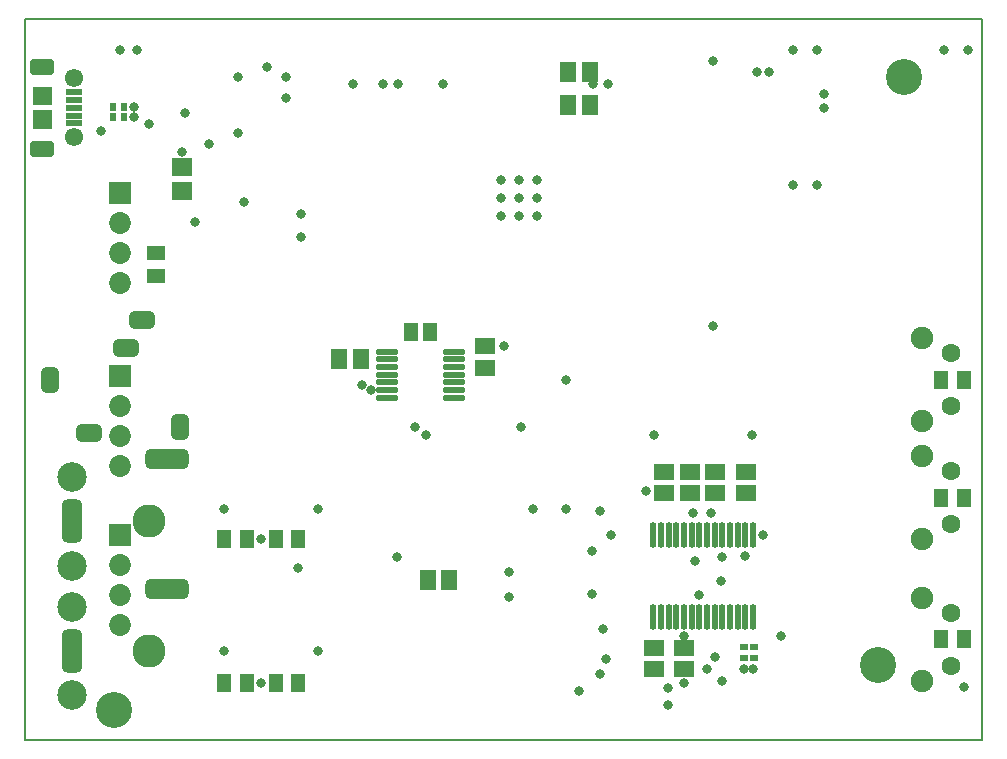
<source format=gbs>
G04*
G04 #@! TF.GenerationSoftware,Altium Limited,Altium Designer,19.0.10 (269)*
G04*
G04 Layer_Color=16711935*
%FSLAX44Y44*%
%MOMM*%
G71*
G01*
G75*
%ADD13C,0.2000*%
%ADD17C,3.0480*%
%ADD18R,1.6532X1.3532*%
%ADD23R,1.2532X1.6032*%
%ADD24R,1.3532X1.6532*%
%ADD26R,1.6032X1.2532*%
%ADD37R,1.7532X1.5532*%
%ADD46C,1.8532*%
%ADD47R,1.8532X1.8532*%
%ADD48C,2.8032*%
G04:AMPARAMS|DCode=49|XSize=3.7032mm|YSize=1.7032mm|CornerRadius=0.4766mm|HoleSize=0mm|Usage=FLASHONLY|Rotation=180.000|XOffset=0mm|YOffset=0mm|HoleType=Round|Shape=RoundedRectangle|*
%AMROUNDEDRECTD49*
21,1,3.7032,0.7500,0,0,180.0*
21,1,2.7500,1.7032,0,0,180.0*
1,1,0.9532,-1.3750,0.3750*
1,1,0.9532,1.3750,0.3750*
1,1,0.9532,1.3750,-0.3750*
1,1,0.9532,-1.3750,-0.3750*
%
%ADD49ROUNDEDRECTD49*%
%ADD50C,2.5032*%
G04:AMPARAMS|DCode=51|XSize=3.7032mm|YSize=1.7032mm|CornerRadius=0.4766mm|HoleSize=0mm|Usage=FLASHONLY|Rotation=90.000|XOffset=0mm|YOffset=0mm|HoleType=Round|Shape=RoundedRectangle|*
%AMROUNDEDRECTD51*
21,1,3.7032,0.7500,0,0,90.0*
21,1,2.7500,1.7032,0,0,90.0*
1,1,0.9532,0.3750,1.3750*
1,1,0.9532,0.3750,-1.3750*
1,1,0.9532,-0.3750,-1.3750*
1,1,0.9532,-0.3750,1.3750*
%
%ADD51ROUNDEDRECTD51*%
G04:AMPARAMS|DCode=52|XSize=1.4032mm|YSize=2.1032mm|CornerRadius=0.4016mm|HoleSize=0mm|Usage=FLASHONLY|Rotation=90.000|XOffset=0mm|YOffset=0mm|HoleType=Round|Shape=RoundedRectangle|*
%AMROUNDEDRECTD52*
21,1,1.4032,1.3000,0,0,90.0*
21,1,0.6000,2.1032,0,0,90.0*
1,1,0.8032,0.6500,0.3000*
1,1,0.8032,0.6500,-0.3000*
1,1,0.8032,-0.6500,-0.3000*
1,1,0.8032,-0.6500,0.3000*
%
%ADD52ROUNDEDRECTD52*%
%ADD53C,1.5500*%
G04:AMPARAMS|DCode=54|XSize=2.2032mm|YSize=1.5032mm|CornerRadius=0.4266mm|HoleSize=0mm|Usage=FLASHONLY|Rotation=180.000|XOffset=0mm|YOffset=0mm|HoleType=Round|Shape=RoundedRectangle|*
%AMROUNDEDRECTD54*
21,1,2.2032,0.6500,0,0,180.0*
21,1,1.3500,1.5032,0,0,180.0*
1,1,0.8532,-0.6750,0.3250*
1,1,0.8532,0.6750,0.3250*
1,1,0.8532,0.6750,-0.3250*
1,1,0.8532,-0.6750,-0.3250*
%
%ADD54ROUNDEDRECTD54*%
G04:AMPARAMS|DCode=55|XSize=2.2032mm|YSize=1.5032mm|CornerRadius=0.4266mm|HoleSize=0mm|Usage=FLASHONLY|Rotation=90.000|XOffset=0mm|YOffset=0mm|HoleType=Round|Shape=RoundedRectangle|*
%AMROUNDEDRECTD55*
21,1,2.2032,0.6500,0,0,90.0*
21,1,1.3500,1.5032,0,0,90.0*
1,1,0.8532,0.3250,0.6750*
1,1,0.8532,0.3250,-0.6750*
1,1,0.8532,-0.3250,-0.6750*
1,1,0.8532,-0.3250,0.6750*
%
%ADD55ROUNDEDRECTD55*%
%ADD56C,1.9032*%
%ADD57C,1.6032*%
%ADD58C,0.8032*%
%ADD109R,1.4500X0.5000*%
%ADD110R,0.6500X0.5500*%
%ADD111R,0.5500X0.6500*%
%ADD112O,1.9032X0.5532*%
%ADD113R,1.1532X1.5532*%
%ADD114O,0.5500X2.2000*%
G36*
X23000Y517000D02*
X23000Y533000D01*
X7000Y533000D01*
X7000Y517000D01*
X23000Y517000D01*
D02*
G37*
G36*
X7000Y553000D02*
X7000Y537000D01*
X23000Y537000D01*
X23000Y553000D01*
X7000Y553000D01*
D02*
G37*
D13*
X0Y0D02*
X810000D01*
X0D02*
X0Y610000D01*
X810000D01*
Y0D02*
Y610000D01*
D17*
X75088Y24991D02*
D03*
X743991Y561088D02*
D03*
X721991Y63088D02*
D03*
D18*
X389000Y315000D02*
D03*
Y333000D02*
D03*
X558000Y60000D02*
D03*
Y78000D02*
D03*
X532000Y60000D02*
D03*
Y78000D02*
D03*
X610000Y226500D02*
D03*
Y208500D02*
D03*
X563000Y226500D02*
D03*
Y208500D02*
D03*
X584000Y226500D02*
D03*
Y208500D02*
D03*
X540729Y226500D02*
D03*
Y208500D02*
D03*
D23*
X775500Y305000D02*
D03*
X794500D02*
D03*
X775500Y205000D02*
D03*
X794500D02*
D03*
X775500Y85000D02*
D03*
X794500D02*
D03*
X231000Y170000D02*
D03*
X212000D02*
D03*
X168500Y169950D02*
D03*
X187500D02*
D03*
X231000Y48000D02*
D03*
X212000D02*
D03*
X168500Y48000D02*
D03*
X187500D02*
D03*
D24*
X478000Y565000D02*
D03*
X460000D02*
D03*
X478000Y537000D02*
D03*
X460000D02*
D03*
X266000Y322016D02*
D03*
X284000D02*
D03*
X341000Y135000D02*
D03*
X359000D02*
D03*
D26*
X111000Y412000D02*
D03*
Y393000D02*
D03*
D37*
X132500Y485000D02*
D03*
Y465000D02*
D03*
D46*
X80400Y386900D02*
D03*
Y412300D02*
D03*
Y437700D02*
D03*
Y231900D02*
D03*
Y257300D02*
D03*
Y282700D02*
D03*
Y96900D02*
D03*
Y122300D02*
D03*
Y147700D02*
D03*
D47*
Y463100D02*
D03*
Y308100D02*
D03*
Y173100D02*
D03*
D48*
X105000Y75000D02*
D03*
Y185000D02*
D03*
D49*
X120000Y128000D02*
D03*
Y238000D02*
D03*
D50*
X40000Y112500D02*
D03*
Y37500D02*
D03*
Y222500D02*
D03*
Y147500D02*
D03*
D51*
Y75000D02*
D03*
Y185000D02*
D03*
D52*
X14500Y500000D02*
D03*
Y570000D02*
D03*
D53*
X41500Y560000D02*
D03*
Y510000D02*
D03*
D54*
X99000Y355500D02*
D03*
X85000Y331500D02*
D03*
X54000Y259500D02*
D03*
D55*
X131000Y265000D02*
D03*
X21000Y305000D02*
D03*
D56*
X759000Y120050D02*
D03*
Y49950D02*
D03*
Y240050D02*
D03*
Y169950D02*
D03*
Y340050D02*
D03*
Y269950D02*
D03*
D57*
X783900Y107450D02*
D03*
Y62550D02*
D03*
Y227450D02*
D03*
Y182550D02*
D03*
Y327450D02*
D03*
Y282550D02*
D03*
D58*
X487000Y55700D02*
D03*
X567000Y151000D02*
D03*
X557642Y48000D02*
D03*
X588781Y134000D02*
D03*
X135750Y530750D02*
D03*
X144000Y438000D02*
D03*
X205000Y570000D02*
D03*
X353800Y555000D02*
D03*
X798000Y584000D02*
D03*
X778000D02*
D03*
X670000D02*
D03*
X650000D02*
D03*
X95000D02*
D03*
X80400Y584000D02*
D03*
X640000Y88000D02*
D03*
X132500Y498000D02*
D03*
X582400Y575000D02*
D03*
X155500Y504000D02*
D03*
X458194Y195000D02*
D03*
X430000Y195000D02*
D03*
X418258Y473686D02*
D03*
X433258Y458686D02*
D03*
X418258Y443686D02*
D03*
X403258Y458686D02*
D03*
X418258D02*
D03*
X433258Y473686D02*
D03*
Y443686D02*
D03*
X403258D02*
D03*
Y473686D02*
D03*
X180000Y514000D02*
D03*
X221000Y543000D02*
D03*
Y560749D02*
D03*
X315700Y555000D02*
D03*
X303000D02*
D03*
X277600D02*
D03*
X493500D02*
D03*
X233500Y425500D02*
D03*
Y445000D02*
D03*
X185000Y455000D02*
D03*
X582400Y350000D02*
D03*
X488950Y94000D02*
D03*
X231000Y145000D02*
D03*
X491450Y68550D02*
D03*
X544272Y29000D02*
D03*
X544300Y44000D02*
D03*
X531999Y258000D02*
D03*
X526000Y211000D02*
D03*
X590250Y155000D02*
D03*
X615000Y258000D02*
D03*
X480800Y555000D02*
D03*
X557750Y88000D02*
D03*
X469000Y41311D02*
D03*
X200000Y170000D02*
D03*
Y48000D02*
D03*
X487000Y194000D02*
D03*
X496000Y173000D02*
D03*
X795000Y45000D02*
D03*
X624745Y173000D02*
D03*
X570750Y122619D02*
D03*
X609750Y155152D02*
D03*
X64535Y515000D02*
D03*
X405000Y333000D02*
D03*
X630000Y565000D02*
D03*
X620000D02*
D03*
X650000Y470000D02*
D03*
X670000D02*
D03*
X676000Y535000D02*
D03*
Y547000D02*
D03*
X105000Y521000D02*
D03*
X92000Y527000D02*
D03*
Y536000D02*
D03*
X589995Y49950D02*
D03*
X583750Y70000D02*
D03*
X577250Y60000D02*
D03*
X581000Y192000D02*
D03*
X565100D02*
D03*
X616000Y60000D02*
D03*
X608500D02*
D03*
X180072Y560749D02*
D03*
X480000Y123000D02*
D03*
Y160000D02*
D03*
X420000Y265000D02*
D03*
X458000Y305000D02*
D03*
X330000Y265000D02*
D03*
X339000Y258000D02*
D03*
X285000Y300000D02*
D03*
X293000Y296000D02*
D03*
X248000Y75000D02*
D03*
X168000D02*
D03*
X248000Y195000D02*
D03*
X168000Y195000D02*
D03*
X410000Y121000D02*
D03*
X410000Y142000D02*
D03*
X315000Y155000D02*
D03*
D109*
X41500Y541500D02*
D03*
Y548000D02*
D03*
Y535000D02*
D03*
Y528500D02*
D03*
Y522000D02*
D03*
D110*
X608750Y78500D02*
D03*
Y69500D02*
D03*
X617000Y78500D02*
D03*
Y69500D02*
D03*
D111*
X83500Y536000D02*
D03*
X74500D02*
D03*
X83500Y527000D02*
D03*
X74500D02*
D03*
D112*
X363500Y328500D02*
D03*
Y322000D02*
D03*
Y315500D02*
D03*
Y309000D02*
D03*
Y302500D02*
D03*
Y296000D02*
D03*
Y289500D02*
D03*
X306500Y328500D02*
D03*
Y322000D02*
D03*
Y315500D02*
D03*
Y309000D02*
D03*
Y302500D02*
D03*
Y296000D02*
D03*
Y289500D02*
D03*
D113*
X327000Y345000D02*
D03*
X343000D02*
D03*
D114*
X616250Y104000D02*
D03*
X609750D02*
D03*
X603250D02*
D03*
X596750D02*
D03*
X590250D02*
D03*
X583750D02*
D03*
X577250D02*
D03*
X570750D02*
D03*
X564250D02*
D03*
X557750D02*
D03*
X551250D02*
D03*
X544750D02*
D03*
X538250D02*
D03*
X531750D02*
D03*
X616250Y173000D02*
D03*
X609750D02*
D03*
X603250D02*
D03*
X596750D02*
D03*
X590250D02*
D03*
X583750D02*
D03*
X577250D02*
D03*
X570750D02*
D03*
X564250D02*
D03*
X557750D02*
D03*
X551250D02*
D03*
X544750D02*
D03*
X538250D02*
D03*
X531750D02*
D03*
M02*

</source>
